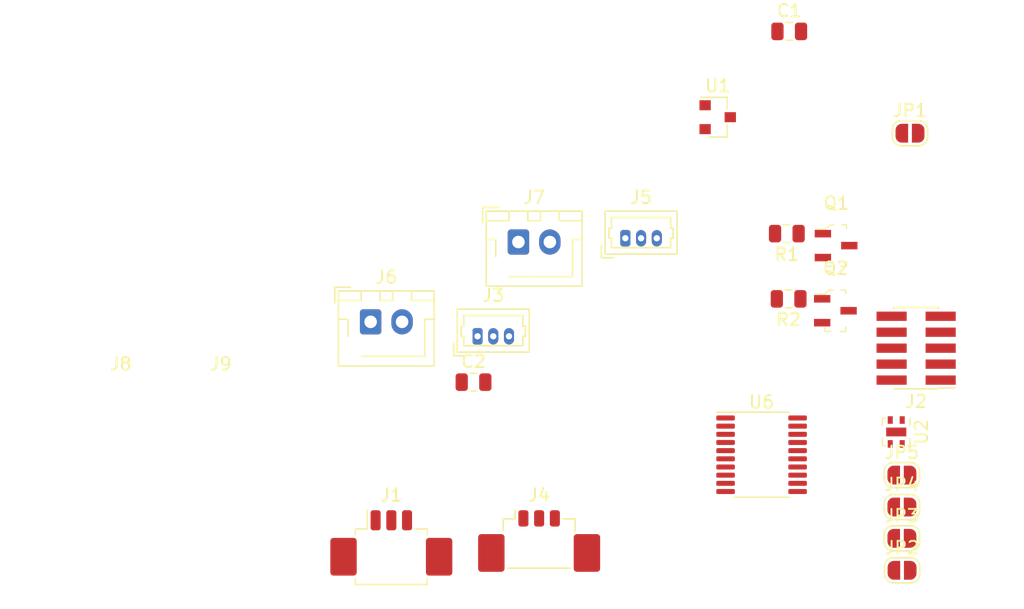
<source format=kicad_pcb>
(kicad_pcb (version 20171130) (host pcbnew "(5.1.6)-1")

  (general
    (thickness 1.6)
    (drawings 0)
    (tracks 0)
    (zones 0)
    (modules 23)
    (nets 21)
  )

  (page A4)
  (layers
    (0 F.Cu signal)
    (31 B.Cu signal)
    (32 B.Adhes user)
    (33 F.Adhes user)
    (34 B.Paste user)
    (35 F.Paste user)
    (36 B.SilkS user)
    (37 F.SilkS user)
    (38 B.Mask user)
    (39 F.Mask user)
    (40 Dwgs.User user)
    (41 Cmts.User user)
    (42 Eco1.User user)
    (43 Eco2.User user)
    (44 Edge.Cuts user)
    (45 Margin user)
    (46 B.CrtYd user)
    (47 F.CrtYd user)
    (48 B.Fab user)
    (49 F.Fab user)
  )

  (setup
    (last_trace_width 0.25)
    (trace_clearance 0.2)
    (zone_clearance 0.508)
    (zone_45_only no)
    (trace_min 0.2)
    (via_size 0.8)
    (via_drill 0.4)
    (via_min_size 0.4)
    (via_min_drill 0.3)
    (uvia_size 0.3)
    (uvia_drill 0.1)
    (uvias_allowed no)
    (uvia_min_size 0.2)
    (uvia_min_drill 0.1)
    (edge_width 0.05)
    (segment_width 0.2)
    (pcb_text_width 0.3)
    (pcb_text_size 1.5 1.5)
    (mod_edge_width 0.12)
    (mod_text_size 1 1)
    (mod_text_width 0.15)
    (pad_size 2 1.5)
    (pad_drill 0)
    (pad_to_mask_clearance 0.05)
    (aux_axis_origin 0 0)
    (visible_elements 7FFFFFFF)
    (pcbplotparams
      (layerselection 0x010fc_ffffffff)
      (usegerberextensions false)
      (usegerberattributes true)
      (usegerberadvancedattributes true)
      (creategerberjobfile true)
      (excludeedgelayer true)
      (linewidth 0.100000)
      (plotframeref false)
      (viasonmask false)
      (mode 1)
      (useauxorigin false)
      (hpglpennumber 1)
      (hpglpenspeed 20)
      (hpglpendiameter 15.000000)
      (psnegative false)
      (psa4output false)
      (plotreference true)
      (plotvalue true)
      (plotinvisibletext false)
      (padsonsilk false)
      (subtractmaskfromsilk false)
      (outputformat 1)
      (mirror false)
      (drillshape 1)
      (scaleselection 1)
      (outputdirectory ""))
  )

  (net 0 "")
  (net 1 SWD-SWCLK)
  (net 2 SWD-SWIO)
  (net 3 nRESET)
  (net 4 I2c-SDA)
  (net 5 I2c-SCL)
  (net 6 GND)
  (net 7 VCC)
  (net 8 +3V3)
  (net 9 AnalogSignal0)
  (net 10 AnalogSignal1)
  (net 11 control_0)
  (net 12 control_1)
  (net 13 i2c-addr_0)
  (net 14 i2c-addr_1)
  (net 15 i2c-addr_2)
  (net 16 i2c-addr_3)
  (net 17 "Net-(Q1-Pad1)")
  (net 18 "Net-(Q2-Pad1)")
  (net 19 mosfet0)
  (net 20 mosfet1)

  (net_class Default "This is the default net class."
    (clearance 0.2)
    (trace_width 0.25)
    (via_dia 0.8)
    (via_drill 0.4)
    (uvia_dia 0.3)
    (uvia_drill 0.1)
    (add_net +3V3)
    (add_net AnalogSignal0)
    (add_net AnalogSignal1)
    (add_net GND)
    (add_net I2c-SCL)
    (add_net I2c-SDA)
    (add_net "Net-(J2-Pad6)")
    (add_net "Net-(J2-Pad7)")
    (add_net "Net-(J2-Pad8)")
    (add_net "Net-(J2-Pad9)")
    (add_net "Net-(Q1-Pad1)")
    (add_net "Net-(Q2-Pad1)")
    (add_net "Net-(U6-Pad1)")
    (add_net "Net-(U6-Pad14)")
    (add_net "Net-(U6-Pad2)")
    (add_net "Net-(U6-Pad3)")
    (add_net SWD-SWCLK)
    (add_net SWD-SWIO)
    (add_net VCC)
    (add_net control_0)
    (add_net control_1)
    (add_net i2c-addr_0)
    (add_net i2c-addr_1)
    (add_net i2c-addr_2)
    (add_net i2c-addr_3)
    (add_net mosfet0)
    (add_net mosfet1)
    (add_net nRESET)
  )

  (net_class Led-Driver ""
    (clearance 0.2)
    (trace_width 0.7)
    (via_dia 0.8)
    (via_drill 0.4)
    (uvia_dia 0.3)
    (uvia_drill 0.1)
  )

  (net_class Led-power ""
    (clearance 0.2)
    (trace_width 1)
    (via_dia 1)
    (via_drill 0.4)
    (uvia_dia 0.3)
    (uvia_drill 0.1)
  )

  (module MountingHole:MountingHole_3.2mm_M3 (layer F.Cu) (tedit 56D1B4CB) (tstamp 5F1D0A74)
    (at 144.50802 138.99134)
    (descr "Mounting Hole 3.2mm, no annular, M3")
    (tags "mounting hole 3.2mm no annular m3")
    (path /5F23E97E)
    (attr virtual)
    (fp_text reference J9 (at 0 -4.2) (layer F.SilkS)
      (effects (font (size 1 1) (thickness 0.15)))
    )
    (fp_text value Conn_01x01_MountingPin (at 0 4.2) (layer F.Fab)
      (effects (font (size 1 1) (thickness 0.15)))
    )
    (fp_text user %R (at 0.3 0) (layer F.Fab)
      (effects (font (size 1 1) (thickness 0.15)))
    )
    (fp_circle (center 0 0) (end 3.2 0) (layer Cmts.User) (width 0.15))
    (fp_circle (center 0 0) (end 3.45 0) (layer F.CrtYd) (width 0.05))
    (pad 1 np_thru_hole circle (at 0 0) (size 3.2 3.2) (drill 3.2) (layers *.Cu *.Mask)
      (net 6 GND))
  )

  (module MountingHole:MountingHole_3.2mm_M3 (layer F.Cu) (tedit 56D1B4CB) (tstamp 5F1D0A6C)
    (at 136.55802 138.99134)
    (descr "Mounting Hole 3.2mm, no annular, M3")
    (tags "mounting hole 3.2mm no annular m3")
    (path /5F23DCBD)
    (attr virtual)
    (fp_text reference J8 (at 0 -4.2) (layer F.SilkS)
      (effects (font (size 1 1) (thickness 0.15)))
    )
    (fp_text value Conn_01x01_MountingPin (at 0 4.2) (layer F.Fab)
      (effects (font (size 1 1) (thickness 0.15)))
    )
    (fp_text user %R (at 0.3 0) (layer F.Fab)
      (effects (font (size 1 1) (thickness 0.15)))
    )
    (fp_circle (center 0 0) (end 3.2 0) (layer Cmts.User) (width 0.15))
    (fp_circle (center 0 0) (end 3.45 0) (layer F.CrtYd) (width 0.05))
    (pad 1 np_thru_hole circle (at 0 0) (size 3.2 3.2) (drill 3.2) (layers *.Cu *.Mask)
      (net 6 GND))
  )

  (module Connector_Molex:Molex_PicoBlade_53398-0371_1x03-1MP_P1.25mm_Vertical (layer F.Cu) (tedit 5B78AD88) (tstamp 5F1CE33D)
    (at 169.81674 148.3314)
    (descr "Molex PicoBlade series connector, 53398-0371 (http://www.molex.com/pdm_docs/sd/533980271_sd.pdf), generated with kicad-footprint-generator")
    (tags "connector Molex PicoBlade side entry")
    (path /5F1F147E)
    (attr smd)
    (fp_text reference J4 (at 0 -3.1) (layer F.SilkS)
      (effects (font (size 1 1) (thickness 0.15)))
    )
    (fp_text value Conn_01x04 (at 0 4.2) (layer F.Fab)
      (effects (font (size 1 1) (thickness 0.15)))
    )
    (fp_text user %R (at 0 0.4) (layer F.Fab)
      (effects (font (size 1 1) (thickness 0.15)))
    )
    (fp_line (start -2.75 -1.1) (end 2.75 -1.1) (layer F.Fab) (width 0.1))
    (fp_line (start -2.86 -0.26) (end -2.86 -1.21) (layer F.SilkS) (width 0.12))
    (fp_line (start -2.86 -1.21) (end -1.91 -1.21) (layer F.SilkS) (width 0.12))
    (fp_line (start -1.91 -1.21) (end -1.91 -1.9) (layer F.SilkS) (width 0.12))
    (fp_line (start 2.86 -0.26) (end 2.86 -1.21) (layer F.SilkS) (width 0.12))
    (fp_line (start 2.86 -1.21) (end 1.91 -1.21) (layer F.SilkS) (width 0.12))
    (fp_line (start -2.49 2.71) (end 2.49 2.71) (layer F.SilkS) (width 0.12))
    (fp_line (start -2.75 2.6) (end 2.75 2.6) (layer F.Fab) (width 0.1))
    (fp_line (start -2.75 -1.1) (end -2.75 2.6) (layer F.Fab) (width 0.1))
    (fp_line (start 2.75 -1.1) (end 2.75 2.6) (layer F.Fab) (width 0.1))
    (fp_line (start -1.4 1.225) (end -1.4 1.825) (layer F.Fab) (width 0.1))
    (fp_line (start -1.4 1.825) (end -1.1 1.825) (layer F.Fab) (width 0.1))
    (fp_line (start -1.1 1.825) (end -1.1 1.225) (layer F.Fab) (width 0.1))
    (fp_line (start -1.1 1.225) (end -1.4 1.225) (layer F.Fab) (width 0.1))
    (fp_line (start -0.15 1.225) (end -0.15 1.825) (layer F.Fab) (width 0.1))
    (fp_line (start -0.15 1.825) (end 0.15 1.825) (layer F.Fab) (width 0.1))
    (fp_line (start 0.15 1.825) (end 0.15 1.225) (layer F.Fab) (width 0.1))
    (fp_line (start 0.15 1.225) (end -0.15 1.225) (layer F.Fab) (width 0.1))
    (fp_line (start 1.1 1.225) (end 1.1 1.825) (layer F.Fab) (width 0.1))
    (fp_line (start 1.1 1.825) (end 1.4 1.825) (layer F.Fab) (width 0.1))
    (fp_line (start 1.4 1.825) (end 1.4 1.225) (layer F.Fab) (width 0.1))
    (fp_line (start 1.4 1.225) (end 1.1 1.225) (layer F.Fab) (width 0.1))
    (fp_line (start -2.75 2.6) (end -4.25 2.6) (layer F.Fab) (width 0.1))
    (fp_line (start -4.25 2.6) (end -4.45 2.4) (layer F.Fab) (width 0.1))
    (fp_line (start -4.45 2.4) (end -4.45 0.6) (layer F.Fab) (width 0.1))
    (fp_line (start -4.45 0.6) (end -4.25 0.4) (layer F.Fab) (width 0.1))
    (fp_line (start -4.25 0.4) (end -4.25 -0.2) (layer F.Fab) (width 0.1))
    (fp_line (start -4.25 -0.2) (end -2.75 -0.2) (layer F.Fab) (width 0.1))
    (fp_line (start 2.75 2.6) (end 4.25 2.6) (layer F.Fab) (width 0.1))
    (fp_line (start 4.25 2.6) (end 4.45 2.4) (layer F.Fab) (width 0.1))
    (fp_line (start 4.45 2.4) (end 4.45 0.6) (layer F.Fab) (width 0.1))
    (fp_line (start 4.45 0.6) (end 4.25 0.4) (layer F.Fab) (width 0.1))
    (fp_line (start 4.25 0.4) (end 4.25 -0.2) (layer F.Fab) (width 0.1))
    (fp_line (start 4.25 -0.2) (end 2.75 -0.2) (layer F.Fab) (width 0.1))
    (fp_line (start -5.35 -2.4) (end -5.35 3.5) (layer F.CrtYd) (width 0.05))
    (fp_line (start -5.35 3.5) (end 5.35 3.5) (layer F.CrtYd) (width 0.05))
    (fp_line (start 5.35 3.5) (end 5.35 -2.4) (layer F.CrtYd) (width 0.05))
    (fp_line (start 5.35 -2.4) (end -5.35 -2.4) (layer F.CrtYd) (width 0.05))
    (fp_line (start -1.75 -1.1) (end -1.25 -0.392893) (layer F.Fab) (width 0.1))
    (fp_line (start -1.25 -0.392893) (end -0.75 -1.1) (layer F.Fab) (width 0.1))
    (pad MP smd roundrect (at 3.8 1.5) (size 2.1 3) (layers F.Cu F.Paste F.Mask) (roundrect_rratio 0.119048))
    (pad MP smd roundrect (at -3.8 1.5) (size 2.1 3) (layers F.Cu F.Paste F.Mask) (roundrect_rratio 0.119048))
    (pad 3 smd roundrect (at 1.25 -1.25) (size 0.8 1.3) (layers F.Cu F.Paste F.Mask) (roundrect_rratio 0.25)
      (net 7 VCC))
    (pad 2 smd roundrect (at 0 -1.25) (size 0.8 1.3) (layers F.Cu F.Paste F.Mask) (roundrect_rratio 0.25)
      (net 5 I2c-SCL))
    (pad 1 smd roundrect (at -1.25 -1.25) (size 0.8 1.3) (layers F.Cu F.Paste F.Mask) (roundrect_rratio 0.25)
      (net 4 I2c-SDA))
    (model ${KISYS3DMOD}/Connector_Molex.3dshapes/Molex_PicoBlade_53398-0371_1x03-1MP_P1.25mm_Vertical.wrl
      (at (xyz 0 0 0))
      (scale (xyz 1 1 1))
      (rotate (xyz 0 0 0))
    )
  )

  (module Connector_Molex:Molex_PicoBlade_53261-0371_1x03-1MP_P1.25mm_Horizontal (layer F.Cu) (tedit 5B78AD89) (tstamp 5F1CE249)
    (at 158.06674 149.6314)
    (descr "Molex PicoBlade series connector, 53261-0371 (http://www.molex.com/pdm_docs/sd/532610271_sd.pdf), generated with kicad-footprint-generator")
    (tags "connector Molex PicoBlade top entry")
    (path /5F1D3F0F)
    (attr smd)
    (fp_text reference J1 (at 0 -4.4) (layer F.SilkS)
      (effects (font (size 1 1) (thickness 0.15)))
    )
    (fp_text value Conn_01x04 (at 0 3.8) (layer F.Fab)
      (effects (font (size 1 1) (thickness 0.15)))
    )
    (fp_text user %R (at 0 1.9) (layer F.Fab)
      (effects (font (size 1 1) (thickness 0.15)))
    )
    (fp_line (start -2.75 -1.6) (end 2.75 -1.6) (layer F.Fab) (width 0.1))
    (fp_line (start -2.86 -1.26) (end -2.86 -1.71) (layer F.SilkS) (width 0.12))
    (fp_line (start -2.86 -1.71) (end -1.91 -1.71) (layer F.SilkS) (width 0.12))
    (fp_line (start -1.91 -1.71) (end -1.91 -3.2) (layer F.SilkS) (width 0.12))
    (fp_line (start 2.86 -1.26) (end 2.86 -1.71) (layer F.SilkS) (width 0.12))
    (fp_line (start 2.86 -1.71) (end 1.91 -1.71) (layer F.SilkS) (width 0.12))
    (fp_line (start -2.86 2.26) (end -2.86 2.71) (layer F.SilkS) (width 0.12))
    (fp_line (start -2.86 2.71) (end 2.86 2.71) (layer F.SilkS) (width 0.12))
    (fp_line (start 2.86 2.71) (end 2.86 2.26) (layer F.SilkS) (width 0.12))
    (fp_line (start -2.75 2.6) (end 2.75 2.6) (layer F.Fab) (width 0.1))
    (fp_line (start -2.75 -1.6) (end -2.75 2.6) (layer F.Fab) (width 0.1))
    (fp_line (start 2.75 -1.6) (end 2.75 2.6) (layer F.Fab) (width 0.1))
    (fp_line (start -2.75 -0.6) (end -4.25 -0.6) (layer F.Fab) (width 0.1))
    (fp_line (start -4.25 -0.6) (end -4.45 -0.4) (layer F.Fab) (width 0.1))
    (fp_line (start -4.45 -0.4) (end -4.45 1.4) (layer F.Fab) (width 0.1))
    (fp_line (start -4.45 1.4) (end -4.25 1.6) (layer F.Fab) (width 0.1))
    (fp_line (start -4.25 1.6) (end -4.25 2.2) (layer F.Fab) (width 0.1))
    (fp_line (start -4.25 2.2) (end -2.75 2.2) (layer F.Fab) (width 0.1))
    (fp_line (start 2.75 -0.6) (end 4.25 -0.6) (layer F.Fab) (width 0.1))
    (fp_line (start 4.25 -0.6) (end 4.45 -0.4) (layer F.Fab) (width 0.1))
    (fp_line (start 4.45 -0.4) (end 4.45 1.4) (layer F.Fab) (width 0.1))
    (fp_line (start 4.45 1.4) (end 4.25 1.6) (layer F.Fab) (width 0.1))
    (fp_line (start 4.25 1.6) (end 4.25 2.2) (layer F.Fab) (width 0.1))
    (fp_line (start 4.25 2.2) (end 2.75 2.2) (layer F.Fab) (width 0.1))
    (fp_line (start -5.35 -3.7) (end -5.35 3.1) (layer F.CrtYd) (width 0.05))
    (fp_line (start -5.35 3.1) (end 5.35 3.1) (layer F.CrtYd) (width 0.05))
    (fp_line (start 5.35 3.1) (end 5.35 -3.7) (layer F.CrtYd) (width 0.05))
    (fp_line (start 5.35 -3.7) (end -5.35 -3.7) (layer F.CrtYd) (width 0.05))
    (fp_line (start -1.75 -1.6) (end -1.25 -0.892893) (layer F.Fab) (width 0.1))
    (fp_line (start -1.25 -0.892893) (end -0.75 -1.6) (layer F.Fab) (width 0.1))
    (pad MP smd roundrect (at 3.8 0.5) (size 2.1 3) (layers F.Cu F.Paste F.Mask) (roundrect_rratio 0.119048))
    (pad MP smd roundrect (at -3.8 0.5) (size 2.1 3) (layers F.Cu F.Paste F.Mask) (roundrect_rratio 0.119048))
    (pad 3 smd roundrect (at 1.25 -2.4) (size 0.8 1.6) (layers F.Cu F.Paste F.Mask) (roundrect_rratio 0.25)
      (net 7 VCC))
    (pad 2 smd roundrect (at 0 -2.4) (size 0.8 1.6) (layers F.Cu F.Paste F.Mask) (roundrect_rratio 0.25)
      (net 5 I2c-SCL))
    (pad 1 smd roundrect (at -1.25 -2.4) (size 0.8 1.6) (layers F.Cu F.Paste F.Mask) (roundrect_rratio 0.25)
      (net 4 I2c-SDA))
    (model ${KISYS3DMOD}/Connector_Molex.3dshapes/Molex_PicoBlade_53261-0371_1x03-1MP_P1.25mm_Horizontal.wrl
      (at (xyz 0 0 0))
      (scale (xyz 1 1 1))
      (rotate (xyz 0 0 0))
    )
  )

  (module Package_TO_SOT_SMD:SOT-23 (layer F.Cu) (tedit 5A02FF57) (tstamp 5F1CB962)
    (at 184.01284 115.15852)
    (descr "SOT-23, Standard")
    (tags SOT-23)
    (path /5F1DED1A)
    (attr smd)
    (fp_text reference U1 (at 0 -2.5) (layer F.SilkS)
      (effects (font (size 1 1) (thickness 0.15)))
    )
    (fp_text value MCP1700-3302E_TO (at 0 2.5) (layer F.Fab)
      (effects (font (size 1 1) (thickness 0.15)))
    )
    (fp_text user %R (at 0 0 90) (layer F.Fab)
      (effects (font (size 0.5 0.5) (thickness 0.075)))
    )
    (fp_line (start -0.7 -0.95) (end -0.7 1.5) (layer F.Fab) (width 0.1))
    (fp_line (start -0.15 -1.52) (end 0.7 -1.52) (layer F.Fab) (width 0.1))
    (fp_line (start -0.7 -0.95) (end -0.15 -1.52) (layer F.Fab) (width 0.1))
    (fp_line (start 0.7 -1.52) (end 0.7 1.52) (layer F.Fab) (width 0.1))
    (fp_line (start -0.7 1.52) (end 0.7 1.52) (layer F.Fab) (width 0.1))
    (fp_line (start 0.76 1.58) (end 0.76 0.65) (layer F.SilkS) (width 0.12))
    (fp_line (start 0.76 -1.58) (end 0.76 -0.65) (layer F.SilkS) (width 0.12))
    (fp_line (start -1.7 -1.75) (end 1.7 -1.75) (layer F.CrtYd) (width 0.05))
    (fp_line (start 1.7 -1.75) (end 1.7 1.75) (layer F.CrtYd) (width 0.05))
    (fp_line (start 1.7 1.75) (end -1.7 1.75) (layer F.CrtYd) (width 0.05))
    (fp_line (start -1.7 1.75) (end -1.7 -1.75) (layer F.CrtYd) (width 0.05))
    (fp_line (start 0.76 -1.58) (end -1.4 -1.58) (layer F.SilkS) (width 0.12))
    (fp_line (start 0.76 1.58) (end -0.7 1.58) (layer F.SilkS) (width 0.12))
    (pad 3 smd rect (at 1 0) (size 0.9 0.8) (layers F.Cu F.Paste F.Mask)
      (net 8 +3V3))
    (pad 2 smd rect (at -1 0.95) (size 0.9 0.8) (layers F.Cu F.Paste F.Mask)
      (net 7 VCC))
    (pad 1 smd rect (at -1 -0.95) (size 0.9 0.8) (layers F.Cu F.Paste F.Mask)
      (net 6 GND))
    (model ${KISYS3DMOD}/Package_TO_SOT_SMD.3dshapes/SOT-23.wrl
      (at (xyz 0 0 0))
      (scale (xyz 1 1 1))
      (rotate (xyz 0 0 0))
    )
  )

  (module Package_SO:TSSOP-20_4.4x6.5mm_P0.65mm (layer F.Cu) (tedit 5E476F32) (tstamp 5F1CB9A3)
    (at 187.5028 142.01648)
    (descr "TSSOP, 20 Pin (JEDEC MO-153 Var AC https://www.jedec.org/document_search?search_api_views_fulltext=MO-153), generated with kicad-footprint-generator ipc_gullwing_generator.py")
    (tags "TSSOP SO")
    (path /5EF0F304)
    (attr smd)
    (fp_text reference U6 (at 0 -4.2) (layer F.SilkS)
      (effects (font (size 1 1) (thickness 0.15)))
    )
    (fp_text value STM32F030F4Px (at 0 4.2) (layer F.Fab)
      (effects (font (size 1 1) (thickness 0.15)))
    )
    (fp_text user %R (at 0 0) (layer F.Fab)
      (effects (font (size 1 1) (thickness 0.15)))
    )
    (fp_line (start 0 3.385) (end 2.2 3.385) (layer F.SilkS) (width 0.12))
    (fp_line (start 0 3.385) (end -2.2 3.385) (layer F.SilkS) (width 0.12))
    (fp_line (start 0 -3.385) (end 2.2 -3.385) (layer F.SilkS) (width 0.12))
    (fp_line (start 0 -3.385) (end -3.6 -3.385) (layer F.SilkS) (width 0.12))
    (fp_line (start -1.2 -3.25) (end 2.2 -3.25) (layer F.Fab) (width 0.1))
    (fp_line (start 2.2 -3.25) (end 2.2 3.25) (layer F.Fab) (width 0.1))
    (fp_line (start 2.2 3.25) (end -2.2 3.25) (layer F.Fab) (width 0.1))
    (fp_line (start -2.2 3.25) (end -2.2 -2.25) (layer F.Fab) (width 0.1))
    (fp_line (start -2.2 -2.25) (end -1.2 -3.25) (layer F.Fab) (width 0.1))
    (fp_line (start -3.85 -3.5) (end -3.85 3.5) (layer F.CrtYd) (width 0.05))
    (fp_line (start -3.85 3.5) (end 3.85 3.5) (layer F.CrtYd) (width 0.05))
    (fp_line (start 3.85 3.5) (end 3.85 -3.5) (layer F.CrtYd) (width 0.05))
    (fp_line (start 3.85 -3.5) (end -3.85 -3.5) (layer F.CrtYd) (width 0.05))
    (pad 20 smd roundrect (at 2.8625 -2.925) (size 1.475 0.4) (layers F.Cu F.Paste F.Mask) (roundrect_rratio 0.25)
      (net 1 SWD-SWCLK))
    (pad 19 smd roundrect (at 2.8625 -2.275) (size 1.475 0.4) (layers F.Cu F.Paste F.Mask) (roundrect_rratio 0.25)
      (net 2 SWD-SWIO))
    (pad 18 smd roundrect (at 2.8625 -1.625) (size 1.475 0.4) (layers F.Cu F.Paste F.Mask) (roundrect_rratio 0.25)
      (net 4 I2c-SDA))
    (pad 17 smd roundrect (at 2.8625 -0.975) (size 1.475 0.4) (layers F.Cu F.Paste F.Mask) (roundrect_rratio 0.25)
      (net 5 I2c-SCL))
    (pad 16 smd roundrect (at 2.8625 -0.325) (size 1.475 0.4) (layers F.Cu F.Paste F.Mask) (roundrect_rratio 0.25)
      (net 8 +3V3))
    (pad 15 smd roundrect (at 2.8625 0.325) (size 1.475 0.4) (layers F.Cu F.Paste F.Mask) (roundrect_rratio 0.25)
      (net 6 GND))
    (pad 14 smd roundrect (at 2.8625 0.975) (size 1.475 0.4) (layers F.Cu F.Paste F.Mask) (roundrect_rratio 0.25))
    (pad 13 smd roundrect (at 2.8625 1.625) (size 1.475 0.4) (layers F.Cu F.Paste F.Mask) (roundrect_rratio 0.25)
      (net 16 i2c-addr_3))
    (pad 12 smd roundrect (at 2.8625 2.275) (size 1.475 0.4) (layers F.Cu F.Paste F.Mask) (roundrect_rratio 0.25)
      (net 15 i2c-addr_2))
    (pad 11 smd roundrect (at 2.8625 2.925) (size 1.475 0.4) (layers F.Cu F.Paste F.Mask) (roundrect_rratio 0.25)
      (net 14 i2c-addr_1))
    (pad 10 smd roundrect (at -2.8625 2.925) (size 1.475 0.4) (layers F.Cu F.Paste F.Mask) (roundrect_rratio 0.25)
      (net 13 i2c-addr_0))
    (pad 9 smd roundrect (at -2.8625 2.275) (size 1.475 0.4) (layers F.Cu F.Paste F.Mask) (roundrect_rratio 0.25)
      (net 20 mosfet1))
    (pad 8 smd roundrect (at -2.8625 1.625) (size 1.475 0.4) (layers F.Cu F.Paste F.Mask) (roundrect_rratio 0.25)
      (net 19 mosfet0))
    (pad 7 smd roundrect (at -2.8625 0.975) (size 1.475 0.4) (layers F.Cu F.Paste F.Mask) (roundrect_rratio 0.25)
      (net 10 AnalogSignal1))
    (pad 6 smd roundrect (at -2.8625 0.325) (size 1.475 0.4) (layers F.Cu F.Paste F.Mask) (roundrect_rratio 0.25)
      (net 9 AnalogSignal0))
    (pad 5 smd roundrect (at -2.8625 -0.325) (size 1.475 0.4) (layers F.Cu F.Paste F.Mask) (roundrect_rratio 0.25)
      (net 8 +3V3))
    (pad 4 smd roundrect (at -2.8625 -0.975) (size 1.475 0.4) (layers F.Cu F.Paste F.Mask) (roundrect_rratio 0.25)
      (net 3 nRESET))
    (pad 3 smd roundrect (at -2.8625 -1.625) (size 1.475 0.4) (layers F.Cu F.Paste F.Mask) (roundrect_rratio 0.25))
    (pad 2 smd roundrect (at -2.8625 -2.275) (size 1.475 0.4) (layers F.Cu F.Paste F.Mask) (roundrect_rratio 0.25))
    (pad 1 smd roundrect (at -2.8625 -2.925) (size 1.475 0.4) (layers F.Cu F.Paste F.Mask) (roundrect_rratio 0.25))
    (model ${KISYS3DMOD}/Package_SO.3dshapes/TSSOP-20_4.4x6.5mm_P0.65mm.wrl
      (at (xyz 0 0 0))
      (scale (xyz 1 1 1))
      (rotate (xyz 0 0 0))
    )
  )

  (module Package_DFN_QFN:AMS_QFN-4-1EP_2x2mm_P0.95mm_EP0.7x1.6mm (layer F.Cu) (tedit 5A64B884) (tstamp 5F1CB97D)
    (at 198.20636 140.20546 270)
    (descr "UFD Package, 4-Lead Plastic QFN (2mm x 2mm), http://ams.com/eng/content/download/950231/2267959/483138")
    (tags "QFN 0.95")
    (path /5F1DBD27)
    (attr smd)
    (fp_text reference U2 (at 0 -2 90) (layer F.SilkS)
      (effects (font (size 1 1) (thickness 0.15)))
    )
    (fp_text value ENS210 (at 0 2 90) (layer F.Fab)
      (effects (font (size 1 1) (thickness 0.15)))
    )
    (fp_text user %R (at 0 0 90) (layer F.Fab)
      (effects (font (size 0.4 0.4) (thickness 0.04)))
    )
    (fp_line (start -1.5 -1.25) (end 1.5 -1.25) (layer F.CrtYd) (width 0.05))
    (fp_line (start 1.5 -1.25) (end 1.5 1.25) (layer F.CrtYd) (width 0.05))
    (fp_line (start 1.5 1.25) (end -1.5 1.25) (layer F.CrtYd) (width 0.05))
    (fp_line (start -1.5 1.25) (end -1.5 -1.25) (layer F.CrtYd) (width 0.05))
    (fp_line (start 1.1 -1.1) (end 0.5 -1.1) (layer F.SilkS) (width 0.1))
    (fp_line (start 1.1 -1.1) (end 1.1 -0.85) (layer F.SilkS) (width 0.1))
    (fp_line (start 1.1 1.1) (end 1.1 0.85) (layer F.SilkS) (width 0.1))
    (fp_line (start 1.1 1.1) (end 0.5 1.1) (layer F.SilkS) (width 0.1))
    (fp_line (start -1.1 1.1) (end -1.1 0.85) (layer F.SilkS) (width 0.1))
    (fp_line (start -1.1 1.1) (end -0.5 1.1) (layer F.SilkS) (width 0.1))
    (fp_line (start -0.49 -1.1) (end -1.1 -1.1) (layer F.SilkS) (width 0.1))
    (fp_line (start -1 -0.7) (end -0.7 -1) (layer F.Fab) (width 0.1))
    (fp_line (start 1 -1) (end 1 1) (layer F.Fab) (width 0.1))
    (fp_line (start 1 1) (end -1 1) (layer F.Fab) (width 0.1))
    (fp_line (start -1 1) (end -1 -0.7) (layer F.Fab) (width 0.1))
    (fp_line (start -0.7 -1) (end 1 -1) (layer F.Fab) (width 0.1))
    (pad 3 smd rect (at 0.95 0.475 270) (size 0.6 0.4) (layers F.Cu F.Paste F.Mask)
      (net 4 I2c-SDA) (solder_paste_margin -0.05))
    (pad 1 smd rect (at -0.95 -0.475 270) (size 0.6 0.4) (layers F.Cu F.Paste F.Mask)
      (net 8 +3V3) (solder_paste_margin -0.05))
    (pad 2 smd rect (at -0.95 0.475 270) (size 0.6 0.4) (layers F.Cu F.Paste F.Mask)
      (net 5 I2c-SCL) (solder_paste_margin -0.05))
    (pad 4 smd rect (at 0.95 -0.475 270) (size 0.6 0.4) (layers F.Cu F.Paste F.Mask)
      (net 6 GND) (solder_paste_margin -0.05))
    (pad "" smd rect (at 0 0 270) (size 0.35 0.8) (layers F.Paste))
    (pad 5 smd rect (at 0 0 270) (size 0.7 1.6) (layers F.Cu F.Mask)
      (net 6 GND))
    (model ${KISYS3DMOD}/Package_DFN_QFN.3dshapes/AMS_QFN-4-1EP_2x2mm_P0.95mm.wrl
      (at (xyz 0 0 0))
      (scale (xyz 1 1 1))
      (rotate (xyz 0 0 0))
    )
  )

  (module Resistor_SMD:R_0805_2012Metric (layer F.Cu) (tedit 5B36C52B) (tstamp 5F1CB94E)
    (at 189.65164 129.61366 180)
    (descr "Resistor SMD 0805 (2012 Metric), square (rectangular) end terminal, IPC_7351 nominal, (Body size source: https://docs.google.com/spreadsheets/d/1BsfQQcO9C6DZCsRaXUlFlo91Tg2WpOkGARC1WS5S8t0/edit?usp=sharing), generated with kicad-footprint-generator")
    (tags resistor)
    (path /5F2107E9)
    (attr smd)
    (fp_text reference R2 (at 0 -1.65) (layer F.SilkS)
      (effects (font (size 1 1) (thickness 0.15)))
    )
    (fp_text value "10 kohm" (at 0 1.65) (layer F.Fab)
      (effects (font (size 1 1) (thickness 0.15)))
    )
    (fp_text user %R (at 0 0) (layer F.Fab)
      (effects (font (size 0.5 0.5) (thickness 0.08)))
    )
    (fp_line (start -1 0.6) (end -1 -0.6) (layer F.Fab) (width 0.1))
    (fp_line (start -1 -0.6) (end 1 -0.6) (layer F.Fab) (width 0.1))
    (fp_line (start 1 -0.6) (end 1 0.6) (layer F.Fab) (width 0.1))
    (fp_line (start 1 0.6) (end -1 0.6) (layer F.Fab) (width 0.1))
    (fp_line (start -0.258578 -0.71) (end 0.258578 -0.71) (layer F.SilkS) (width 0.12))
    (fp_line (start -0.258578 0.71) (end 0.258578 0.71) (layer F.SilkS) (width 0.12))
    (fp_line (start -1.68 0.95) (end -1.68 -0.95) (layer F.CrtYd) (width 0.05))
    (fp_line (start -1.68 -0.95) (end 1.68 -0.95) (layer F.CrtYd) (width 0.05))
    (fp_line (start 1.68 -0.95) (end 1.68 0.95) (layer F.CrtYd) (width 0.05))
    (fp_line (start 1.68 0.95) (end -1.68 0.95) (layer F.CrtYd) (width 0.05))
    (pad 2 smd roundrect (at 0.9375 0 180) (size 0.975 1.4) (layers F.Cu F.Paste F.Mask) (roundrect_rratio 0.25)
      (net 20 mosfet1))
    (pad 1 smd roundrect (at -0.9375 0 180) (size 0.975 1.4) (layers F.Cu F.Paste F.Mask) (roundrect_rratio 0.25)
      (net 18 "Net-(Q2-Pad1)"))
    (model ${KISYS3DMOD}/Resistor_SMD.3dshapes/R_0805_2012Metric.wrl
      (at (xyz 0 0 0))
      (scale (xyz 1 1 1))
      (rotate (xyz 0 0 0))
    )
  )

  (module Resistor_SMD:R_0805_2012Metric (layer F.Cu) (tedit 5B36C52B) (tstamp 5F1CB93D)
    (at 189.5094 124.4219 180)
    (descr "Resistor SMD 0805 (2012 Metric), square (rectangular) end terminal, IPC_7351 nominal, (Body size source: https://docs.google.com/spreadsheets/d/1BsfQQcO9C6DZCsRaXUlFlo91Tg2WpOkGARC1WS5S8t0/edit?usp=sharing), generated with kicad-footprint-generator")
    (tags resistor)
    (path /5F211AEC)
    (attr smd)
    (fp_text reference R1 (at 0 -1.65) (layer F.SilkS)
      (effects (font (size 1 1) (thickness 0.15)))
    )
    (fp_text value "10 kohm" (at 0 1.65) (layer F.Fab)
      (effects (font (size 1 1) (thickness 0.15)))
    )
    (fp_text user %R (at 0 0) (layer F.Fab)
      (effects (font (size 0.5 0.5) (thickness 0.08)))
    )
    (fp_line (start -1 0.6) (end -1 -0.6) (layer F.Fab) (width 0.1))
    (fp_line (start -1 -0.6) (end 1 -0.6) (layer F.Fab) (width 0.1))
    (fp_line (start 1 -0.6) (end 1 0.6) (layer F.Fab) (width 0.1))
    (fp_line (start 1 0.6) (end -1 0.6) (layer F.Fab) (width 0.1))
    (fp_line (start -0.258578 -0.71) (end 0.258578 -0.71) (layer F.SilkS) (width 0.12))
    (fp_line (start -0.258578 0.71) (end 0.258578 0.71) (layer F.SilkS) (width 0.12))
    (fp_line (start -1.68 0.95) (end -1.68 -0.95) (layer F.CrtYd) (width 0.05))
    (fp_line (start -1.68 -0.95) (end 1.68 -0.95) (layer F.CrtYd) (width 0.05))
    (fp_line (start 1.68 -0.95) (end 1.68 0.95) (layer F.CrtYd) (width 0.05))
    (fp_line (start 1.68 0.95) (end -1.68 0.95) (layer F.CrtYd) (width 0.05))
    (pad 2 smd roundrect (at 0.9375 0 180) (size 0.975 1.4) (layers F.Cu F.Paste F.Mask) (roundrect_rratio 0.25)
      (net 19 mosfet0))
    (pad 1 smd roundrect (at -0.9375 0 180) (size 0.975 1.4) (layers F.Cu F.Paste F.Mask) (roundrect_rratio 0.25)
      (net 17 "Net-(Q1-Pad1)"))
    (model ${KISYS3DMOD}/Resistor_SMD.3dshapes/R_0805_2012Metric.wrl
      (at (xyz 0 0 0))
      (scale (xyz 1 1 1))
      (rotate (xyz 0 0 0))
    )
  )

  (module digikey-footprints:SOT-23-3 (layer F.Cu) (tedit 5D28A5E3) (tstamp 5F1CB92C)
    (at 193.36922 130.55854)
    (path /5F203655)
    (attr smd)
    (fp_text reference Q2 (at 0.025 -3.375) (layer F.SilkS)
      (effects (font (size 1 1) (thickness 0.15)))
    )
    (fp_text value IRLML2030TRPBF (at 0.025 3.25) (layer F.Fab)
      (effects (font (size 1 1) (thickness 0.15)))
    )
    (fp_text user %R (at -0.125 0.15) (layer F.Fab)
      (effects (font (size 0.25 0.25) (thickness 0.05)))
    )
    (fp_line (start -1.825 -1.95) (end 1.825 -1.95) (layer F.CrtYd) (width 0.05))
    (fp_line (start -1.825 -1.95) (end -1.825 1.95) (layer F.CrtYd) (width 0.05))
    (fp_line (start 1.825 1.95) (end -1.825 1.95) (layer F.CrtYd) (width 0.05))
    (fp_line (start 1.825 -1.95) (end 1.825 1.95) (layer F.CrtYd) (width 0.05))
    (fp_line (start -0.175 -1.65) (end -0.45 -1.65) (layer F.SilkS) (width 0.1))
    (fp_line (start -0.45 -1.65) (end -0.825 -1.375) (layer F.SilkS) (width 0.1))
    (fp_line (start -0.825 -1.375) (end -0.825 -1.325) (layer F.SilkS) (width 0.1))
    (fp_line (start -0.825 -1.325) (end -1.6 -1.325) (layer F.SilkS) (width 0.1))
    (fp_line (start -0.7 -1.325) (end -0.7 1.525) (layer F.Fab) (width 0.1))
    (fp_line (start -0.425 -1.525) (end 0.7 -1.525) (layer F.Fab) (width 0.1))
    (fp_line (start -0.425 -1.525) (end -0.7 -1.325) (layer F.Fab) (width 0.1))
    (fp_line (start -0.35 1.65) (end -0.825 1.65) (layer F.SilkS) (width 0.1))
    (fp_line (start -0.825 1.65) (end -0.825 1.3) (layer F.SilkS) (width 0.1))
    (fp_line (start 0.825 1.425) (end 0.825 1.3) (layer F.SilkS) (width 0.1))
    (fp_line (start 0.825 1.35) (end 0.825 1.65) (layer F.SilkS) (width 0.1))
    (fp_line (start 0.825 1.65) (end 0.375 1.65) (layer F.SilkS) (width 0.1))
    (fp_line (start 0.45 -1.65) (end 0.825 -1.65) (layer F.SilkS) (width 0.1))
    (fp_line (start 0.825 -1.65) (end 0.825 -1.35) (layer F.SilkS) (width 0.1))
    (fp_line (start -0.7 1.52) (end 0.7 1.52) (layer F.Fab) (width 0.1))
    (fp_line (start 0.7 1.52) (end 0.7 -1.52) (layer F.Fab) (width 0.1))
    (pad 1 smd rect (at -1.05 -0.95) (size 1.3 0.6) (layers F.Cu F.Paste F.Mask)
      (net 18 "Net-(Q2-Pad1)") (solder_mask_margin 0.07))
    (pad 2 smd rect (at -1.05 0.95) (size 1.3 0.6) (layers F.Cu F.Paste F.Mask)
      (net 6 GND) (solder_mask_margin 0.07))
    (pad 3 smd rect (at 1.05 0) (size 1.3 0.6) (layers F.Cu F.Paste F.Mask)
      (net 12 control_1) (solder_mask_margin 0.07))
  )

  (module digikey-footprints:SOT-23-3 (layer F.Cu) (tedit 5D28A5E3) (tstamp 5F1CB910)
    (at 193.42608 125.37694)
    (path /5F1FF03A)
    (attr smd)
    (fp_text reference Q1 (at 0.025 -3.375) (layer F.SilkS)
      (effects (font (size 1 1) (thickness 0.15)))
    )
    (fp_text value IRLML2030TRPBF (at 0.025 3.25) (layer F.Fab)
      (effects (font (size 1 1) (thickness 0.15)))
    )
    (fp_text user %R (at -0.125 0.15) (layer F.Fab)
      (effects (font (size 0.25 0.25) (thickness 0.05)))
    )
    (fp_line (start -1.825 -1.95) (end 1.825 -1.95) (layer F.CrtYd) (width 0.05))
    (fp_line (start -1.825 -1.95) (end -1.825 1.95) (layer F.CrtYd) (width 0.05))
    (fp_line (start 1.825 1.95) (end -1.825 1.95) (layer F.CrtYd) (width 0.05))
    (fp_line (start 1.825 -1.95) (end 1.825 1.95) (layer F.CrtYd) (width 0.05))
    (fp_line (start -0.175 -1.65) (end -0.45 -1.65) (layer F.SilkS) (width 0.1))
    (fp_line (start -0.45 -1.65) (end -0.825 -1.375) (layer F.SilkS) (width 0.1))
    (fp_line (start -0.825 -1.375) (end -0.825 -1.325) (layer F.SilkS) (width 0.1))
    (fp_line (start -0.825 -1.325) (end -1.6 -1.325) (layer F.SilkS) (width 0.1))
    (fp_line (start -0.7 -1.325) (end -0.7 1.525) (layer F.Fab) (width 0.1))
    (fp_line (start -0.425 -1.525) (end 0.7 -1.525) (layer F.Fab) (width 0.1))
    (fp_line (start -0.425 -1.525) (end -0.7 -1.325) (layer F.Fab) (width 0.1))
    (fp_line (start -0.35 1.65) (end -0.825 1.65) (layer F.SilkS) (width 0.1))
    (fp_line (start -0.825 1.65) (end -0.825 1.3) (layer F.SilkS) (width 0.1))
    (fp_line (start 0.825 1.425) (end 0.825 1.3) (layer F.SilkS) (width 0.1))
    (fp_line (start 0.825 1.35) (end 0.825 1.65) (layer F.SilkS) (width 0.1))
    (fp_line (start 0.825 1.65) (end 0.375 1.65) (layer F.SilkS) (width 0.1))
    (fp_line (start 0.45 -1.65) (end 0.825 -1.65) (layer F.SilkS) (width 0.1))
    (fp_line (start 0.825 -1.65) (end 0.825 -1.35) (layer F.SilkS) (width 0.1))
    (fp_line (start -0.7 1.52) (end 0.7 1.52) (layer F.Fab) (width 0.1))
    (fp_line (start 0.7 1.52) (end 0.7 -1.52) (layer F.Fab) (width 0.1))
    (pad 1 smd rect (at -1.05 -0.95) (size 1.3 0.6) (layers F.Cu F.Paste F.Mask)
      (net 17 "Net-(Q1-Pad1)") (solder_mask_margin 0.07))
    (pad 2 smd rect (at -1.05 0.95) (size 1.3 0.6) (layers F.Cu F.Paste F.Mask)
      (net 6 GND) (solder_mask_margin 0.07))
    (pad 3 smd rect (at 1.05 0) (size 1.3 0.6) (layers F.Cu F.Paste F.Mask)
      (net 11 control_0) (solder_mask_margin 0.07))
  )

  (module Jumper:SolderJumper-2_P1.3mm_Open_RoundedPad1.0x1.5mm (layer F.Cu) (tedit 5B391E66) (tstamp 5F1CB8F4)
    (at 198.65848 143.63446)
    (descr "SMD Solder Jumper, 1x1.5mm, rounded Pads, 0.3mm gap, open")
    (tags "solder jumper open")
    (path /5F1EB947)
    (attr virtual)
    (fp_text reference JP5 (at 0 -1.8) (layer F.SilkS)
      (effects (font (size 1 1) (thickness 0.15)))
    )
    (fp_text value SolderJumper_2_Open (at 0 1.9) (layer F.Fab)
      (effects (font (size 1 1) (thickness 0.15)))
    )
    (fp_arc (start -0.7 -0.3) (end -0.7 -1) (angle -90) (layer F.SilkS) (width 0.12))
    (fp_arc (start -0.7 0.3) (end -1.4 0.3) (angle -90) (layer F.SilkS) (width 0.12))
    (fp_arc (start 0.7 0.3) (end 0.7 1) (angle -90) (layer F.SilkS) (width 0.12))
    (fp_arc (start 0.7 -0.3) (end 1.4 -0.3) (angle -90) (layer F.SilkS) (width 0.12))
    (fp_line (start -1.4 0.3) (end -1.4 -0.3) (layer F.SilkS) (width 0.12))
    (fp_line (start 0.7 1) (end -0.7 1) (layer F.SilkS) (width 0.12))
    (fp_line (start 1.4 -0.3) (end 1.4 0.3) (layer F.SilkS) (width 0.12))
    (fp_line (start -0.7 -1) (end 0.7 -1) (layer F.SilkS) (width 0.12))
    (fp_line (start -1.65 -1.25) (end 1.65 -1.25) (layer F.CrtYd) (width 0.05))
    (fp_line (start -1.65 -1.25) (end -1.65 1.25) (layer F.CrtYd) (width 0.05))
    (fp_line (start 1.65 1.25) (end 1.65 -1.25) (layer F.CrtYd) (width 0.05))
    (fp_line (start 1.65 1.25) (end -1.65 1.25) (layer F.CrtYd) (width 0.05))
    (pad 2 smd custom (at 0.65 0) (size 1 0.5) (layers F.Cu F.Mask)
      (net 6 GND) (zone_connect 2)
      (options (clearance outline) (anchor rect))
      (primitives
        (gr_circle (center 0 0.25) (end 0.5 0.25) (width 0))
        (gr_circle (center 0 -0.25) (end 0.5 -0.25) (width 0))
        (gr_poly (pts
           (xy 0 -0.75) (xy -0.5 -0.75) (xy -0.5 0.75) (xy 0 0.75)) (width 0))
      ))
    (pad 1 smd custom (at -0.65 0) (size 1 0.5) (layers F.Cu F.Mask)
      (net 16 i2c-addr_3) (zone_connect 2)
      (options (clearance outline) (anchor rect))
      (primitives
        (gr_circle (center 0 0.25) (end 0.5 0.25) (width 0))
        (gr_circle (center 0 -0.25) (end 0.5 -0.25) (width 0))
        (gr_poly (pts
           (xy 0 -0.75) (xy 0.5 -0.75) (xy 0.5 0.75) (xy 0 0.75)) (width 0))
      ))
  )

  (module Jumper:SolderJumper-2_P1.3mm_Open_RoundedPad1.0x1.5mm (layer F.Cu) (tedit 5B391E66) (tstamp 5F1CB8E2)
    (at 198.65848 146.177)
    (descr "SMD Solder Jumper, 1x1.5mm, rounded Pads, 0.3mm gap, open")
    (tags "solder jumper open")
    (path /5F1EB93A)
    (attr virtual)
    (fp_text reference JP4 (at 0 -1.8) (layer F.SilkS)
      (effects (font (size 1 1) (thickness 0.15)))
    )
    (fp_text value SolderJumper_2_Open (at 0 1.9) (layer F.Fab)
      (effects (font (size 1 1) (thickness 0.15)))
    )
    (fp_arc (start -0.7 -0.3) (end -0.7 -1) (angle -90) (layer F.SilkS) (width 0.12))
    (fp_arc (start -0.7 0.3) (end -1.4 0.3) (angle -90) (layer F.SilkS) (width 0.12))
    (fp_arc (start 0.7 0.3) (end 0.7 1) (angle -90) (layer F.SilkS) (width 0.12))
    (fp_arc (start 0.7 -0.3) (end 1.4 -0.3) (angle -90) (layer F.SilkS) (width 0.12))
    (fp_line (start -1.4 0.3) (end -1.4 -0.3) (layer F.SilkS) (width 0.12))
    (fp_line (start 0.7 1) (end -0.7 1) (layer F.SilkS) (width 0.12))
    (fp_line (start 1.4 -0.3) (end 1.4 0.3) (layer F.SilkS) (width 0.12))
    (fp_line (start -0.7 -1) (end 0.7 -1) (layer F.SilkS) (width 0.12))
    (fp_line (start -1.65 -1.25) (end 1.65 -1.25) (layer F.CrtYd) (width 0.05))
    (fp_line (start -1.65 -1.25) (end -1.65 1.25) (layer F.CrtYd) (width 0.05))
    (fp_line (start 1.65 1.25) (end 1.65 -1.25) (layer F.CrtYd) (width 0.05))
    (fp_line (start 1.65 1.25) (end -1.65 1.25) (layer F.CrtYd) (width 0.05))
    (pad 2 smd custom (at 0.65 0) (size 1 0.5) (layers F.Cu F.Mask)
      (net 6 GND) (zone_connect 2)
      (options (clearance outline) (anchor rect))
      (primitives
        (gr_circle (center 0 0.25) (end 0.5 0.25) (width 0))
        (gr_circle (center 0 -0.25) (end 0.5 -0.25) (width 0))
        (gr_poly (pts
           (xy 0 -0.75) (xy -0.5 -0.75) (xy -0.5 0.75) (xy 0 0.75)) (width 0))
      ))
    (pad 1 smd custom (at -0.65 0) (size 1 0.5) (layers F.Cu F.Mask)
      (net 15 i2c-addr_2) (zone_connect 2)
      (options (clearance outline) (anchor rect))
      (primitives
        (gr_circle (center 0 0.25) (end 0.5 0.25) (width 0))
        (gr_circle (center 0 -0.25) (end 0.5 -0.25) (width 0))
        (gr_poly (pts
           (xy 0 -0.75) (xy 0.5 -0.75) (xy 0.5 0.75) (xy 0 0.75)) (width 0))
      ))
  )

  (module Jumper:SolderJumper-2_P1.3mm_Open_RoundedPad1.0x1.5mm (layer F.Cu) (tedit 5B391E66) (tstamp 5F1CB8D0)
    (at 198.65848 148.66874)
    (descr "SMD Solder Jumper, 1x1.5mm, rounded Pads, 0.3mm gap, open")
    (tags "solder jumper open")
    (path /5F1E6DD3)
    (attr virtual)
    (fp_text reference JP3 (at 0 -1.8) (layer F.SilkS)
      (effects (font (size 1 1) (thickness 0.15)))
    )
    (fp_text value SolderJumper_2_Open (at 0 1.9) (layer F.Fab)
      (effects (font (size 1 1) (thickness 0.15)))
    )
    (fp_arc (start -0.7 -0.3) (end -0.7 -1) (angle -90) (layer F.SilkS) (width 0.12))
    (fp_arc (start -0.7 0.3) (end -1.4 0.3) (angle -90) (layer F.SilkS) (width 0.12))
    (fp_arc (start 0.7 0.3) (end 0.7 1) (angle -90) (layer F.SilkS) (width 0.12))
    (fp_arc (start 0.7 -0.3) (end 1.4 -0.3) (angle -90) (layer F.SilkS) (width 0.12))
    (fp_line (start -1.4 0.3) (end -1.4 -0.3) (layer F.SilkS) (width 0.12))
    (fp_line (start 0.7 1) (end -0.7 1) (layer F.SilkS) (width 0.12))
    (fp_line (start 1.4 -0.3) (end 1.4 0.3) (layer F.SilkS) (width 0.12))
    (fp_line (start -0.7 -1) (end 0.7 -1) (layer F.SilkS) (width 0.12))
    (fp_line (start -1.65 -1.25) (end 1.65 -1.25) (layer F.CrtYd) (width 0.05))
    (fp_line (start -1.65 -1.25) (end -1.65 1.25) (layer F.CrtYd) (width 0.05))
    (fp_line (start 1.65 1.25) (end 1.65 -1.25) (layer F.CrtYd) (width 0.05))
    (fp_line (start 1.65 1.25) (end -1.65 1.25) (layer F.CrtYd) (width 0.05))
    (pad 2 smd custom (at 0.65 0) (size 1 0.5) (layers F.Cu F.Mask)
      (net 6 GND) (zone_connect 2)
      (options (clearance outline) (anchor rect))
      (primitives
        (gr_circle (center 0 0.25) (end 0.5 0.25) (width 0))
        (gr_circle (center 0 -0.25) (end 0.5 -0.25) (width 0))
        (gr_poly (pts
           (xy 0 -0.75) (xy -0.5 -0.75) (xy -0.5 0.75) (xy 0 0.75)) (width 0))
      ))
    (pad 1 smd custom (at -0.65 0) (size 1 0.5) (layers F.Cu F.Mask)
      (net 14 i2c-addr_1) (zone_connect 2)
      (options (clearance outline) (anchor rect))
      (primitives
        (gr_circle (center 0 0.25) (end 0.5 0.25) (width 0))
        (gr_circle (center 0 -0.25) (end 0.5 -0.25) (width 0))
        (gr_poly (pts
           (xy 0 -0.75) (xy 0.5 -0.75) (xy 0.5 0.75) (xy 0 0.75)) (width 0))
      ))
  )

  (module Jumper:SolderJumper-2_P1.3mm_Open_RoundedPad1.0x1.5mm (layer F.Cu) (tedit 5B391E66) (tstamp 5F1CB8BE)
    (at 198.67118 151.21128)
    (descr "SMD Solder Jumper, 1x1.5mm, rounded Pads, 0.3mm gap, open")
    (tags "solder jumper open")
    (path /5F1D959A)
    (attr virtual)
    (fp_text reference JP2 (at 0 -1.8) (layer F.SilkS)
      (effects (font (size 1 1) (thickness 0.15)))
    )
    (fp_text value SolderJumper_2_Open (at 0 1.9) (layer F.Fab)
      (effects (font (size 1 1) (thickness 0.15)))
    )
    (fp_arc (start -0.7 -0.3) (end -0.7 -1) (angle -90) (layer F.SilkS) (width 0.12))
    (fp_arc (start -0.7 0.3) (end -1.4 0.3) (angle -90) (layer F.SilkS) (width 0.12))
    (fp_arc (start 0.7 0.3) (end 0.7 1) (angle -90) (layer F.SilkS) (width 0.12))
    (fp_arc (start 0.7 -0.3) (end 1.4 -0.3) (angle -90) (layer F.SilkS) (width 0.12))
    (fp_line (start -1.4 0.3) (end -1.4 -0.3) (layer F.SilkS) (width 0.12))
    (fp_line (start 0.7 1) (end -0.7 1) (layer F.SilkS) (width 0.12))
    (fp_line (start 1.4 -0.3) (end 1.4 0.3) (layer F.SilkS) (width 0.12))
    (fp_line (start -0.7 -1) (end 0.7 -1) (layer F.SilkS) (width 0.12))
    (fp_line (start -1.65 -1.25) (end 1.65 -1.25) (layer F.CrtYd) (width 0.05))
    (fp_line (start -1.65 -1.25) (end -1.65 1.25) (layer F.CrtYd) (width 0.05))
    (fp_line (start 1.65 1.25) (end 1.65 -1.25) (layer F.CrtYd) (width 0.05))
    (fp_line (start 1.65 1.25) (end -1.65 1.25) (layer F.CrtYd) (width 0.05))
    (pad 2 smd custom (at 0.65 0) (size 1 0.5) (layers F.Cu F.Mask)
      (net 6 GND) (zone_connect 2)
      (options (clearance outline) (anchor rect))
      (primitives
        (gr_circle (center 0 0.25) (end 0.5 0.25) (width 0))
        (gr_circle (center 0 -0.25) (end 0.5 -0.25) (width 0))
        (gr_poly (pts
           (xy 0 -0.75) (xy -0.5 -0.75) (xy -0.5 0.75) (xy 0 0.75)) (width 0))
      ))
    (pad 1 smd custom (at -0.65 0) (size 1 0.5) (layers F.Cu F.Mask)
      (net 13 i2c-addr_0) (zone_connect 2)
      (options (clearance outline) (anchor rect))
      (primitives
        (gr_circle (center 0 0.25) (end 0.5 0.25) (width 0))
        (gr_circle (center 0 -0.25) (end 0.5 -0.25) (width 0))
        (gr_poly (pts
           (xy 0 -0.75) (xy 0.5 -0.75) (xy 0.5 0.75) (xy 0 0.75)) (width 0))
      ))
  )

  (module Jumper:SolderJumper-2_P1.3mm_Open_RoundedPad1.0x1.5mm (layer F.Cu) (tedit 5B391E66) (tstamp 5F1CB8AC)
    (at 199.30134 116.4336)
    (descr "SMD Solder Jumper, 1x1.5mm, rounded Pads, 0.3mm gap, open")
    (tags "solder jumper open")
    (path /5F1E248B)
    (attr virtual)
    (fp_text reference JP1 (at 0 -1.8) (layer F.SilkS)
      (effects (font (size 1 1) (thickness 0.15)))
    )
    (fp_text value SolderJumper_2_Open (at 0 1.9) (layer F.Fab)
      (effects (font (size 1 1) (thickness 0.15)))
    )
    (fp_arc (start -0.7 -0.3) (end -0.7 -1) (angle -90) (layer F.SilkS) (width 0.12))
    (fp_arc (start -0.7 0.3) (end -1.4 0.3) (angle -90) (layer F.SilkS) (width 0.12))
    (fp_arc (start 0.7 0.3) (end 0.7 1) (angle -90) (layer F.SilkS) (width 0.12))
    (fp_arc (start 0.7 -0.3) (end 1.4 -0.3) (angle -90) (layer F.SilkS) (width 0.12))
    (fp_line (start -1.4 0.3) (end -1.4 -0.3) (layer F.SilkS) (width 0.12))
    (fp_line (start 0.7 1) (end -0.7 1) (layer F.SilkS) (width 0.12))
    (fp_line (start 1.4 -0.3) (end 1.4 0.3) (layer F.SilkS) (width 0.12))
    (fp_line (start -0.7 -1) (end 0.7 -1) (layer F.SilkS) (width 0.12))
    (fp_line (start -1.65 -1.25) (end 1.65 -1.25) (layer F.CrtYd) (width 0.05))
    (fp_line (start -1.65 -1.25) (end -1.65 1.25) (layer F.CrtYd) (width 0.05))
    (fp_line (start 1.65 1.25) (end 1.65 -1.25) (layer F.CrtYd) (width 0.05))
    (fp_line (start 1.65 1.25) (end -1.65 1.25) (layer F.CrtYd) (width 0.05))
    (pad 2 smd custom (at 0.65 0) (size 1 0.5) (layers F.Cu F.Mask)
      (net 8 +3V3) (zone_connect 2)
      (options (clearance outline) (anchor rect))
      (primitives
        (gr_circle (center 0 0.25) (end 0.5 0.25) (width 0))
        (gr_circle (center 0 -0.25) (end 0.5 -0.25) (width 0))
        (gr_poly (pts
           (xy 0 -0.75) (xy -0.5 -0.75) (xy -0.5 0.75) (xy 0 0.75)) (width 0))
      ))
    (pad 1 smd custom (at -0.65 0) (size 1 0.5) (layers F.Cu F.Mask)
      (net 7 VCC) (zone_connect 2)
      (options (clearance outline) (anchor rect))
      (primitives
        (gr_circle (center 0 0.25) (end 0.5 0.25) (width 0))
        (gr_circle (center 0 -0.25) (end 0.5 -0.25) (width 0))
        (gr_poly (pts
           (xy 0 -0.75) (xy 0.5 -0.75) (xy 0.5 0.75) (xy 0 0.75)) (width 0))
      ))
  )

  (module Connector_JST:JST_XH_B2B-XH-AM_1x02_P2.50mm_Vertical (layer F.Cu) (tedit 5C28146E) (tstamp 5F1CB89A)
    (at 168.171 125.09196)
    (descr "JST XH series connector, B2B-XH-AM, with boss (http://www.jst-mfg.com/product/pdf/eng/eXH.pdf), generated with kicad-footprint-generator")
    (tags "connector JST XH vertical boss")
    (path /5F207F52)
    (fp_text reference J7 (at 1.25 -3.55) (layer F.SilkS)
      (effects (font (size 1 1) (thickness 0.15)))
    )
    (fp_text value Conn_01x02 (at 1.25 4.6) (layer F.Fab)
      (effects (font (size 1 1) (thickness 0.15)))
    )
    (fp_text user %R (at 1.25 2.7) (layer F.Fab)
      (effects (font (size 1 1) (thickness 0.15)))
    )
    (fp_line (start -2.45 -2.35) (end -2.45 3.4) (layer F.Fab) (width 0.1))
    (fp_line (start -2.45 3.4) (end 4.95 3.4) (layer F.Fab) (width 0.1))
    (fp_line (start 4.95 3.4) (end 4.95 -2.35) (layer F.Fab) (width 0.1))
    (fp_line (start 4.95 -2.35) (end -2.45 -2.35) (layer F.Fab) (width 0.1))
    (fp_line (start -2.56 -2.46) (end -2.56 3.51) (layer F.SilkS) (width 0.12))
    (fp_line (start -2.56 3.51) (end 5.06 3.51) (layer F.SilkS) (width 0.12))
    (fp_line (start 5.06 3.51) (end 5.06 -2.46) (layer F.SilkS) (width 0.12))
    (fp_line (start 5.06 -2.46) (end -2.56 -2.46) (layer F.SilkS) (width 0.12))
    (fp_line (start -2.95 -2.85) (end -2.95 3.9) (layer F.CrtYd) (width 0.05))
    (fp_line (start -2.95 3.9) (end 5.45 3.9) (layer F.CrtYd) (width 0.05))
    (fp_line (start 5.45 3.9) (end 5.45 -2.85) (layer F.CrtYd) (width 0.05))
    (fp_line (start 5.45 -2.85) (end -2.95 -2.85) (layer F.CrtYd) (width 0.05))
    (fp_line (start -0.625 -2.35) (end 0 -1.35) (layer F.Fab) (width 0.1))
    (fp_line (start 0 -1.35) (end 0.625 -2.35) (layer F.Fab) (width 0.1))
    (fp_line (start 0.75 -2.45) (end 0.75 -1.7) (layer F.SilkS) (width 0.12))
    (fp_line (start 0.75 -1.7) (end 1.75 -1.7) (layer F.SilkS) (width 0.12))
    (fp_line (start 1.75 -1.7) (end 1.75 -2.45) (layer F.SilkS) (width 0.12))
    (fp_line (start 1.75 -2.45) (end 0.75 -2.45) (layer F.SilkS) (width 0.12))
    (fp_line (start -2.55 -2.45) (end -2.55 -1.7) (layer F.SilkS) (width 0.12))
    (fp_line (start -2.55 -1.7) (end -0.75 -1.7) (layer F.SilkS) (width 0.12))
    (fp_line (start -0.75 -1.7) (end -0.75 -2.45) (layer F.SilkS) (width 0.12))
    (fp_line (start -0.75 -2.45) (end -2.55 -2.45) (layer F.SilkS) (width 0.12))
    (fp_line (start 3.25 -2.45) (end 3.25 -1.7) (layer F.SilkS) (width 0.12))
    (fp_line (start 3.25 -1.7) (end 5.05 -1.7) (layer F.SilkS) (width 0.12))
    (fp_line (start 5.05 -1.7) (end 5.05 -2.45) (layer F.SilkS) (width 0.12))
    (fp_line (start 5.05 -2.45) (end 3.25 -2.45) (layer F.SilkS) (width 0.12))
    (fp_line (start -2.55 -0.2) (end -1.8 -0.2) (layer F.SilkS) (width 0.12))
    (fp_line (start -1.8 -0.2) (end -1.8 1.14) (layer F.SilkS) (width 0.12))
    (fp_line (start 1.25 2.75) (end -0.74 2.75) (layer F.SilkS) (width 0.12))
    (fp_line (start 5.05 -0.2) (end 4.3 -0.2) (layer F.SilkS) (width 0.12))
    (fp_line (start 4.3 -0.2) (end 4.3 2.75) (layer F.SilkS) (width 0.12))
    (fp_line (start 4.3 2.75) (end 1.25 2.75) (layer F.SilkS) (width 0.12))
    (fp_line (start -1.6 -2.75) (end -2.85 -2.75) (layer F.SilkS) (width 0.12))
    (fp_line (start -2.85 -2.75) (end -2.85 -1.5) (layer F.SilkS) (width 0.12))
    (pad "" np_thru_hole circle (at -1.6 2) (size 1.2 1.2) (drill 1.2) (layers *.Cu *.Mask))
    (pad 2 thru_hole oval (at 2.5 0) (size 1.7 2) (drill 1) (layers *.Cu *.Mask)
      (net 12 control_1))
    (pad 1 thru_hole roundrect (at 0 0) (size 1.7 2) (drill 1) (layers *.Cu *.Mask) (roundrect_rratio 0.147059)
      (net 7 VCC))
    (model ${KISYS3DMOD}/Connector_JST.3dshapes/JST_XH_B2B-XH-AM_1x02_P2.50mm_Vertical.wrl
      (at (xyz 0 0 0))
      (scale (xyz 1 1 1))
      (rotate (xyz 0 0 0))
    )
  )

  (module Connector_JST:JST_XH_B2B-XH-AM_1x02_P2.50mm_Vertical (layer F.Cu) (tedit 5C28146E) (tstamp 5F1CB870)
    (at 156.421 131.44196)
    (descr "JST XH series connector, B2B-XH-AM, with boss (http://www.jst-mfg.com/product/pdf/eng/eXH.pdf), generated with kicad-footprint-generator")
    (tags "connector JST XH vertical boss")
    (path /5F20658D)
    (fp_text reference J6 (at 1.25 -3.55) (layer F.SilkS)
      (effects (font (size 1 1) (thickness 0.15)))
    )
    (fp_text value Conn_01x02 (at 1.25 4.6) (layer F.Fab)
      (effects (font (size 1 1) (thickness 0.15)))
    )
    (fp_text user %R (at 1.25 2.7) (layer F.Fab)
      (effects (font (size 1 1) (thickness 0.15)))
    )
    (fp_line (start -2.45 -2.35) (end -2.45 3.4) (layer F.Fab) (width 0.1))
    (fp_line (start -2.45 3.4) (end 4.95 3.4) (layer F.Fab) (width 0.1))
    (fp_line (start 4.95 3.4) (end 4.95 -2.35) (layer F.Fab) (width 0.1))
    (fp_line (start 4.95 -2.35) (end -2.45 -2.35) (layer F.Fab) (width 0.1))
    (fp_line (start -2.56 -2.46) (end -2.56 3.51) (layer F.SilkS) (width 0.12))
    (fp_line (start -2.56 3.51) (end 5.06 3.51) (layer F.SilkS) (width 0.12))
    (fp_line (start 5.06 3.51) (end 5.06 -2.46) (layer F.SilkS) (width 0.12))
    (fp_line (start 5.06 -2.46) (end -2.56 -2.46) (layer F.SilkS) (width 0.12))
    (fp_line (start -2.95 -2.85) (end -2.95 3.9) (layer F.CrtYd) (width 0.05))
    (fp_line (start -2.95 3.9) (end 5.45 3.9) (layer F.CrtYd) (width 0.05))
    (fp_line (start 5.45 3.9) (end 5.45 -2.85) (layer F.CrtYd) (width 0.05))
    (fp_line (start 5.45 -2.85) (end -2.95 -2.85) (layer F.CrtYd) (width 0.05))
    (fp_line (start -0.625 -2.35) (end 0 -1.35) (layer F.Fab) (width 0.1))
    (fp_line (start 0 -1.35) (end 0.625 -2.35) (layer F.Fab) (width 0.1))
    (fp_line (start 0.75 -2.45) (end 0.75 -1.7) (layer F.SilkS) (width 0.12))
    (fp_line (start 0.75 -1.7) (end 1.75 -1.7) (layer F.SilkS) (width 0.12))
    (fp_line (start 1.75 -1.7) (end 1.75 -2.45) (layer F.SilkS) (width 0.12))
    (fp_line (start 1.75 -2.45) (end 0.75 -2.45) (layer F.SilkS) (width 0.12))
    (fp_line (start -2.55 -2.45) (end -2.55 -1.7) (layer F.SilkS) (width 0.12))
    (fp_line (start -2.55 -1.7) (end -0.75 -1.7) (layer F.SilkS) (width 0.12))
    (fp_line (start -0.75 -1.7) (end -0.75 -2.45) (layer F.SilkS) (width 0.12))
    (fp_line (start -0.75 -2.45) (end -2.55 -2.45) (layer F.SilkS) (width 0.12))
    (fp_line (start 3.25 -2.45) (end 3.25 -1.7) (layer F.SilkS) (width 0.12))
    (fp_line (start 3.25 -1.7) (end 5.05 -1.7) (layer F.SilkS) (width 0.12))
    (fp_line (start 5.05 -1.7) (end 5.05 -2.45) (layer F.SilkS) (width 0.12))
    (fp_line (start 5.05 -2.45) (end 3.25 -2.45) (layer F.SilkS) (width 0.12))
    (fp_line (start -2.55 -0.2) (end -1.8 -0.2) (layer F.SilkS) (width 0.12))
    (fp_line (start -1.8 -0.2) (end -1.8 1.14) (layer F.SilkS) (width 0.12))
    (fp_line (start 1.25 2.75) (end -0.74 2.75) (layer F.SilkS) (width 0.12))
    (fp_line (start 5.05 -0.2) (end 4.3 -0.2) (layer F.SilkS) (width 0.12))
    (fp_line (start 4.3 -0.2) (end 4.3 2.75) (layer F.SilkS) (width 0.12))
    (fp_line (start 4.3 2.75) (end 1.25 2.75) (layer F.SilkS) (width 0.12))
    (fp_line (start -1.6 -2.75) (end -2.85 -2.75) (layer F.SilkS) (width 0.12))
    (fp_line (start -2.85 -2.75) (end -2.85 -1.5) (layer F.SilkS) (width 0.12))
    (pad "" np_thru_hole circle (at -1.6 2) (size 1.2 1.2) (drill 1.2) (layers *.Cu *.Mask))
    (pad 2 thru_hole oval (at 2.5 0) (size 1.7 2) (drill 1) (layers *.Cu *.Mask)
      (net 11 control_0))
    (pad 1 thru_hole roundrect (at 0 0) (size 1.7 2) (drill 1) (layers *.Cu *.Mask) (roundrect_rratio 0.147059)
      (net 7 VCC))
    (model ${KISYS3DMOD}/Connector_JST.3dshapes/JST_XH_B2B-XH-AM_1x02_P2.50mm_Vertical.wrl
      (at (xyz 0 0 0))
      (scale (xyz 1 1 1))
      (rotate (xyz 0 0 0))
    )
  )

  (module Connector_Molex:Molex_PicoBlade_53047-0310_1x03_P1.25mm_Vertical (layer F.Cu) (tedit 5B783167) (tstamp 5F1CB846)
    (at 176.671 124.79196)
    (descr "Molex PicoBlade Connector System, 53047-0310, 3 Pins per row (http://www.molex.com/pdm_docs/sd/530470610_sd.pdf), generated with kicad-footprint-generator")
    (tags "connector Molex PicoBlade side entry")
    (path /5F1F2035)
    (fp_text reference J5 (at 1.25 -3.25) (layer F.SilkS)
      (effects (font (size 1 1) (thickness 0.15)))
    )
    (fp_text value Conn_01x03 (at 1.25 2.35) (layer F.Fab)
      (effects (font (size 1 1) (thickness 0.15)))
    )
    (fp_text user %R (at 1.25 -1.35) (layer F.Fab)
      (effects (font (size 1 1) (thickness 0.15)))
    )
    (fp_line (start -1.5 -2.05) (end -1.5 1.15) (layer F.Fab) (width 0.1))
    (fp_line (start -1.5 1.15) (end 4 1.15) (layer F.Fab) (width 0.1))
    (fp_line (start 4 1.15) (end 4 -2.05) (layer F.Fab) (width 0.1))
    (fp_line (start 4 -2.05) (end -1.5 -2.05) (layer F.Fab) (width 0.1))
    (fp_line (start -1.61 -2.16) (end -1.61 1.26) (layer F.SilkS) (width 0.12))
    (fp_line (start -1.61 1.26) (end 4.11 1.26) (layer F.SilkS) (width 0.12))
    (fp_line (start 4.11 1.26) (end 4.11 -2.16) (layer F.SilkS) (width 0.12))
    (fp_line (start 4.11 -2.16) (end -1.61 -2.16) (layer F.SilkS) (width 0.12))
    (fp_line (start 1.25 0.75) (end -1.1 0.75) (layer F.SilkS) (width 0.12))
    (fp_line (start -1.1 0.75) (end -1.1 0) (layer F.SilkS) (width 0.12))
    (fp_line (start -1.1 0) (end -1.3 0) (layer F.SilkS) (width 0.12))
    (fp_line (start -1.3 0) (end -1.3 -0.8) (layer F.SilkS) (width 0.12))
    (fp_line (start -1.3 -0.8) (end -1.1 -0.8) (layer F.SilkS) (width 0.12))
    (fp_line (start -1.1 -0.8) (end -1.1 -1.65) (layer F.SilkS) (width 0.12))
    (fp_line (start -1.1 -1.65) (end 1.25 -1.65) (layer F.SilkS) (width 0.12))
    (fp_line (start 1.25 0.75) (end 3.6 0.75) (layer F.SilkS) (width 0.12))
    (fp_line (start 3.6 0.75) (end 3.6 0) (layer F.SilkS) (width 0.12))
    (fp_line (start 3.6 0) (end 3.8 0) (layer F.SilkS) (width 0.12))
    (fp_line (start 3.8 0) (end 3.8 -0.8) (layer F.SilkS) (width 0.12))
    (fp_line (start 3.8 -0.8) (end 3.6 -0.8) (layer F.SilkS) (width 0.12))
    (fp_line (start 3.6 -0.8) (end 3.6 -1.65) (layer F.SilkS) (width 0.12))
    (fp_line (start 3.6 -1.65) (end 1.25 -1.65) (layer F.SilkS) (width 0.12))
    (fp_line (start -1.9 1.55) (end -1.9 0.55) (layer F.SilkS) (width 0.12))
    (fp_line (start -1.9 1.55) (end -0.9 1.55) (layer F.SilkS) (width 0.12))
    (fp_line (start -0.5 1.15) (end 0 0.442893) (layer F.Fab) (width 0.1))
    (fp_line (start 0 0.442893) (end 0.5 1.15) (layer F.Fab) (width 0.1))
    (fp_line (start -2 -2.55) (end -2 1.65) (layer F.CrtYd) (width 0.05))
    (fp_line (start -2 1.65) (end 4.5 1.65) (layer F.CrtYd) (width 0.05))
    (fp_line (start 4.5 1.65) (end 4.5 -2.55) (layer F.CrtYd) (width 0.05))
    (fp_line (start 4.5 -2.55) (end -2 -2.55) (layer F.CrtYd) (width 0.05))
    (pad 3 thru_hole oval (at 2.5 0) (size 0.8 1.3) (drill 0.5) (layers *.Cu *.Mask)
      (net 6 GND))
    (pad 2 thru_hole oval (at 1.25 0) (size 0.8 1.3) (drill 0.5) (layers *.Cu *.Mask)
      (net 10 AnalogSignal1))
    (pad 1 thru_hole roundrect (at 0 0) (size 0.8 1.3) (drill 0.5) (layers *.Cu *.Mask) (roundrect_rratio 0.25)
      (net 8 +3V3))
    (model ${KISYS3DMOD}/Connector_Molex.3dshapes/Molex_PicoBlade_53047-0310_1x03_P1.25mm_Vertical.wrl
      (at (xyz 0 0 0))
      (scale (xyz 1 1 1))
      (rotate (xyz 0 0 0))
    )
  )

  (module Connector_Molex:Molex_PicoBlade_53047-0310_1x03_P1.25mm_Vertical (layer F.Cu) (tedit 5B783167) (tstamp 5F1CB7EE)
    (at 164.921 132.59196)
    (descr "Molex PicoBlade Connector System, 53047-0310, 3 Pins per row (http://www.molex.com/pdm_docs/sd/530470610_sd.pdf), generated with kicad-footprint-generator")
    (tags "connector Molex PicoBlade side entry")
    (path /5F1D35E2)
    (fp_text reference J3 (at 1.25 -3.25) (layer F.SilkS)
      (effects (font (size 1 1) (thickness 0.15)))
    )
    (fp_text value Conn_01x03 (at 1.25 2.35) (layer F.Fab)
      (effects (font (size 1 1) (thickness 0.15)))
    )
    (fp_text user %R (at 1.25 -1.35) (layer F.Fab)
      (effects (font (size 1 1) (thickness 0.15)))
    )
    (fp_line (start -1.5 -2.05) (end -1.5 1.15) (layer F.Fab) (width 0.1))
    (fp_line (start -1.5 1.15) (end 4 1.15) (layer F.Fab) (width 0.1))
    (fp_line (start 4 1.15) (end 4 -2.05) (layer F.Fab) (width 0.1))
    (fp_line (start 4 -2.05) (end -1.5 -2.05) (layer F.Fab) (width 0.1))
    (fp_line (start -1.61 -2.16) (end -1.61 1.26) (layer F.SilkS) (width 0.12))
    (fp_line (start -1.61 1.26) (end 4.11 1.26) (layer F.SilkS) (width 0.12))
    (fp_line (start 4.11 1.26) (end 4.11 -2.16) (layer F.SilkS) (width 0.12))
    (fp_line (start 4.11 -2.16) (end -1.61 -2.16) (layer F.SilkS) (width 0.12))
    (fp_line (start 1.25 0.75) (end -1.1 0.75) (layer F.SilkS) (width 0.12))
    (fp_line (start -1.1 0.75) (end -1.1 0) (layer F.SilkS) (width 0.12))
    (fp_line (start -1.1 0) (end -1.3 0) (layer F.SilkS) (width 0.12))
    (fp_line (start -1.3 0) (end -1.3 -0.8) (layer F.SilkS) (width 0.12))
    (fp_line (start -1.3 -0.8) (end -1.1 -0.8) (layer F.SilkS) (width 0.12))
    (fp_line (start -1.1 -0.8) (end -1.1 -1.65) (layer F.SilkS) (width 0.12))
    (fp_line (start -1.1 -1.65) (end 1.25 -1.65) (layer F.SilkS) (width 0.12))
    (fp_line (start 1.25 0.75) (end 3.6 0.75) (layer F.SilkS) (width 0.12))
    (fp_line (start 3.6 0.75) (end 3.6 0) (layer F.SilkS) (width 0.12))
    (fp_line (start 3.6 0) (end 3.8 0) (layer F.SilkS) (width 0.12))
    (fp_line (start 3.8 0) (end 3.8 -0.8) (layer F.SilkS) (width 0.12))
    (fp_line (start 3.8 -0.8) (end 3.6 -0.8) (layer F.SilkS) (width 0.12))
    (fp_line (start 3.6 -0.8) (end 3.6 -1.65) (layer F.SilkS) (width 0.12))
    (fp_line (start 3.6 -1.65) (end 1.25 -1.65) (layer F.SilkS) (width 0.12))
    (fp_line (start -1.9 1.55) (end -1.9 0.55) (layer F.SilkS) (width 0.12))
    (fp_line (start -1.9 1.55) (end -0.9 1.55) (layer F.SilkS) (width 0.12))
    (fp_line (start -0.5 1.15) (end 0 0.442893) (layer F.Fab) (width 0.1))
    (fp_line (start 0 0.442893) (end 0.5 1.15) (layer F.Fab) (width 0.1))
    (fp_line (start -2 -2.55) (end -2 1.65) (layer F.CrtYd) (width 0.05))
    (fp_line (start -2 1.65) (end 4.5 1.65) (layer F.CrtYd) (width 0.05))
    (fp_line (start 4.5 1.65) (end 4.5 -2.55) (layer F.CrtYd) (width 0.05))
    (fp_line (start 4.5 -2.55) (end -2 -2.55) (layer F.CrtYd) (width 0.05))
    (pad 3 thru_hole oval (at 2.5 0) (size 0.8 1.3) (drill 0.5) (layers *.Cu *.Mask)
      (net 6 GND))
    (pad 2 thru_hole oval (at 1.25 0) (size 0.8 1.3) (drill 0.5) (layers *.Cu *.Mask)
      (net 9 AnalogSignal0))
    (pad 1 thru_hole roundrect (at 0 0) (size 0.8 1.3) (drill 0.5) (layers *.Cu *.Mask) (roundrect_rratio 0.25)
      (net 8 +3V3))
    (model ${KISYS3DMOD}/Connector_Molex.3dshapes/Molex_PicoBlade_53047-0310_1x03_P1.25mm_Vertical.wrl
      (at (xyz 0 0 0))
      (scale (xyz 1 1 1))
      (rotate (xyz 0 0 0))
    )
  )

  (module Connector_PinHeader_1.27mm:PinHeader_2x05_P1.27mm_Vertical_SMD (layer F.Cu) (tedit 59FED6E3) (tstamp 5F1CB7C8)
    (at 199.78878 133.53796 180)
    (descr "surface-mounted straight pin header, 2x05, 1.27mm pitch, double rows")
    (tags "Surface mounted pin header SMD 2x05 1.27mm double row")
    (path /5EF0F96A)
    (attr smd)
    (fp_text reference J2 (at 0 -4.235) (layer F.SilkS)
      (effects (font (size 1 1) (thickness 0.15)))
    )
    (fp_text value Conn_02x05_Odd_Even (at 0 4.235) (layer F.Fab)
      (effects (font (size 1 1) (thickness 0.15)))
    )
    (fp_text user %R (at 0 0 90) (layer F.Fab)
      (effects (font (size 1 1) (thickness 0.15)))
    )
    (fp_line (start 1.705 3.175) (end -1.705 3.175) (layer F.Fab) (width 0.1))
    (fp_line (start -1.27 -3.175) (end 1.705 -3.175) (layer F.Fab) (width 0.1))
    (fp_line (start -1.705 3.175) (end -1.705 -2.74) (layer F.Fab) (width 0.1))
    (fp_line (start -1.705 -2.74) (end -1.27 -3.175) (layer F.Fab) (width 0.1))
    (fp_line (start 1.705 -3.175) (end 1.705 3.175) (layer F.Fab) (width 0.1))
    (fp_line (start -1.705 -2.74) (end -2.75 -2.74) (layer F.Fab) (width 0.1))
    (fp_line (start -2.75 -2.74) (end -2.75 -2.34) (layer F.Fab) (width 0.1))
    (fp_line (start -2.75 -2.34) (end -1.705 -2.34) (layer F.Fab) (width 0.1))
    (fp_line (start 1.705 -2.74) (end 2.75 -2.74) (layer F.Fab) (width 0.1))
    (fp_line (start 2.75 -2.74) (end 2.75 -2.34) (layer F.Fab) (width 0.1))
    (fp_line (start 2.75 -2.34) (end 1.705 -2.34) (layer F.Fab) (width 0.1))
    (fp_line (start -1.705 -1.47) (end -2.75 -1.47) (layer F.Fab) (width 0.1))
    (fp_line (start -2.75 -1.47) (end -2.75 -1.07) (layer F.Fab) (width 0.1))
    (fp_line (start -2.75 -1.07) (end -1.705 -1.07) (layer F.Fab) (width 0.1))
    (fp_line (start 1.705 -1.47) (end 2.75 -1.47) (layer F.Fab) (width 0.1))
    (fp_line (start 2.75 -1.47) (end 2.75 -1.07) (layer F.Fab) (width 0.1))
    (fp_line (start 2.75 -1.07) (end 1.705 -1.07) (layer F.Fab) (width 0.1))
    (fp_line (start -1.705 -0.2) (end -2.75 -0.2) (layer F.Fab) (width 0.1))
    (fp_line (start -2.75 -0.2) (end -2.75 0.2) (layer F.Fab) (width 0.1))
    (fp_line (start -2.75 0.2) (end -1.705 0.2) (layer F.Fab) (width 0.1))
    (fp_line (start 1.705 -0.2) (end 2.75 -0.2) (layer F.Fab) (width 0.1))
    (fp_line (start 2.75 -0.2) (end 2.75 0.2) (layer F.Fab) (width 0.1))
    (fp_line (start 2.75 0.2) (end 1.705 0.2) (layer F.Fab) (width 0.1))
    (fp_line (start -1.705 1.07) (end -2.75 1.07) (layer F.Fab) (width 0.1))
    (fp_line (start -2.75 1.07) (end -2.75 1.47) (layer F.Fab) (width 0.1))
    (fp_line (start -2.75 1.47) (end -1.705 1.47) (layer F.Fab) (width 0.1))
    (fp_line (start 1.705 1.07) (end 2.75 1.07) (layer F.Fab) (width 0.1))
    (fp_line (start 2.75 1.07) (end 2.75 1.47) (layer F.Fab) (width 0.1))
    (fp_line (start 2.75 1.47) (end 1.705 1.47) (layer F.Fab) (width 0.1))
    (fp_line (start -1.705 2.34) (end -2.75 2.34) (layer F.Fab) (width 0.1))
    (fp_line (start -2.75 2.34) (end -2.75 2.74) (layer F.Fab) (width 0.1))
    (fp_line (start -2.75 2.74) (end -1.705 2.74) (layer F.Fab) (width 0.1))
    (fp_line (start 1.705 2.34) (end 2.75 2.34) (layer F.Fab) (width 0.1))
    (fp_line (start 2.75 2.34) (end 2.75 2.74) (layer F.Fab) (width 0.1))
    (fp_line (start 2.75 2.74) (end 1.705 2.74) (layer F.Fab) (width 0.1))
    (fp_line (start -1.765 -3.235) (end 1.765 -3.235) (layer F.SilkS) (width 0.12))
    (fp_line (start -1.765 3.235) (end 1.765 3.235) (layer F.SilkS) (width 0.12))
    (fp_line (start -3.09 -3.17) (end -1.765 -3.17) (layer F.SilkS) (width 0.12))
    (fp_line (start -1.765 -3.235) (end -1.765 -3.17) (layer F.SilkS) (width 0.12))
    (fp_line (start 1.765 -3.235) (end 1.765 -3.17) (layer F.SilkS) (width 0.12))
    (fp_line (start -1.765 3.17) (end -1.765 3.235) (layer F.SilkS) (width 0.12))
    (fp_line (start 1.765 3.17) (end 1.765 3.235) (layer F.SilkS) (width 0.12))
    (fp_line (start -4.3 -3.7) (end -4.3 3.7) (layer F.CrtYd) (width 0.05))
    (fp_line (start -4.3 3.7) (end 4.3 3.7) (layer F.CrtYd) (width 0.05))
    (fp_line (start 4.3 3.7) (end 4.3 -3.7) (layer F.CrtYd) (width 0.05))
    (fp_line (start 4.3 -3.7) (end -4.3 -3.7) (layer F.CrtYd) (width 0.05))
    (pad 10 smd rect (at 1.95 2.54 180) (size 2.4 0.74) (layers F.Cu F.Paste F.Mask)
      (net 3 nRESET))
    (pad 9 smd rect (at -1.95 2.54 180) (size 2.4 0.74) (layers F.Cu F.Paste F.Mask))
    (pad 8 smd rect (at 1.95 1.27 180) (size 2.4 0.74) (layers F.Cu F.Paste F.Mask))
    (pad 7 smd rect (at -1.95 1.27 180) (size 2.4 0.74) (layers F.Cu F.Paste F.Mask))
    (pad 6 smd rect (at 1.95 0 180) (size 2.4 0.74) (layers F.Cu F.Paste F.Mask))
    (pad 5 smd rect (at -1.95 0 180) (size 2.4 0.74) (layers F.Cu F.Paste F.Mask)
      (net 6 GND))
    (pad 4 smd rect (at 1.95 -1.27 180) (size 2.4 0.74) (layers F.Cu F.Paste F.Mask)
      (net 1 SWD-SWCLK))
    (pad 3 smd rect (at -1.95 -1.27 180) (size 2.4 0.74) (layers F.Cu F.Paste F.Mask)
      (net 6 GND))
    (pad 2 smd rect (at 1.95 -2.54 180) (size 2.4 0.74) (layers F.Cu F.Paste F.Mask)
      (net 2 SWD-SWIO))
    (pad 1 smd rect (at -1.95 -2.54 180) (size 2.4 0.74) (layers F.Cu F.Paste F.Mask)
      (net 8 +3V3))
    (model ${KISYS3DMOD}/Connector_PinHeader_1.27mm.3dshapes/PinHeader_2x05_P1.27mm_Vertical_SMD.wrl
      (at (xyz 0 0 0))
      (scale (xyz 1 1 1))
      (rotate (xyz 0 0 0))
    )
  )

  (module Capacitor_SMD:C_0805_2012Metric (layer F.Cu) (tedit 5B36C52B) (tstamp 5F1CB763)
    (at 164.601 136.24196)
    (descr "Capacitor SMD 0805 (2012 Metric), square (rectangular) end terminal, IPC_7351 nominal, (Body size source: https://docs.google.com/spreadsheets/d/1BsfQQcO9C6DZCsRaXUlFlo91Tg2WpOkGARC1WS5S8t0/edit?usp=sharing), generated with kicad-footprint-generator")
    (tags capacitor)
    (path /5F1E3EA6)
    (attr smd)
    (fp_text reference C2 (at 0 -1.65) (layer F.SilkS)
      (effects (font (size 1 1) (thickness 0.15)))
    )
    (fp_text value "1 uF" (at 0 1.65) (layer F.Fab)
      (effects (font (size 1 1) (thickness 0.15)))
    )
    (fp_text user %R (at 0 0) (layer F.Fab)
      (effects (font (size 0.5 0.5) (thickness 0.08)))
    )
    (fp_line (start -1 0.6) (end -1 -0.6) (layer F.Fab) (width 0.1))
    (fp_line (start -1 -0.6) (end 1 -0.6) (layer F.Fab) (width 0.1))
    (fp_line (start 1 -0.6) (end 1 0.6) (layer F.Fab) (width 0.1))
    (fp_line (start 1 0.6) (end -1 0.6) (layer F.Fab) (width 0.1))
    (fp_line (start -0.258578 -0.71) (end 0.258578 -0.71) (layer F.SilkS) (width 0.12))
    (fp_line (start -0.258578 0.71) (end 0.258578 0.71) (layer F.SilkS) (width 0.12))
    (fp_line (start -1.68 0.95) (end -1.68 -0.95) (layer F.CrtYd) (width 0.05))
    (fp_line (start -1.68 -0.95) (end 1.68 -0.95) (layer F.CrtYd) (width 0.05))
    (fp_line (start 1.68 -0.95) (end 1.68 0.95) (layer F.CrtYd) (width 0.05))
    (fp_line (start 1.68 0.95) (end -1.68 0.95) (layer F.CrtYd) (width 0.05))
    (pad 2 smd roundrect (at 0.9375 0) (size 0.975 1.4) (layers F.Cu F.Paste F.Mask) (roundrect_rratio 0.25)
      (net 6 GND))
    (pad 1 smd roundrect (at -0.9375 0) (size 0.975 1.4) (layers F.Cu F.Paste F.Mask) (roundrect_rratio 0.25)
      (net 8 +3V3))
    (model ${KISYS3DMOD}/Capacitor_SMD.3dshapes/C_0805_2012Metric.wrl
      (at (xyz 0 0 0))
      (scale (xyz 1 1 1))
      (rotate (xyz 0 0 0))
    )
  )

  (module Capacitor_SMD:C_0805_2012Metric (layer F.Cu) (tedit 5B36C52B) (tstamp 5F1CB752)
    (at 189.6999 108.33354)
    (descr "Capacitor SMD 0805 (2012 Metric), square (rectangular) end terminal, IPC_7351 nominal, (Body size source: https://docs.google.com/spreadsheets/d/1BsfQQcO9C6DZCsRaXUlFlo91Tg2WpOkGARC1WS5S8t0/edit?usp=sharing), generated with kicad-footprint-generator")
    (tags capacitor)
    (path /5F1E3086)
    (attr smd)
    (fp_text reference C1 (at 0 -1.65) (layer F.SilkS)
      (effects (font (size 1 1) (thickness 0.15)))
    )
    (fp_text value "1 uF" (at 0 1.65) (layer F.Fab)
      (effects (font (size 1 1) (thickness 0.15)))
    )
    (fp_text user %R (at 0 0) (layer F.Fab)
      (effects (font (size 0.5 0.5) (thickness 0.08)))
    )
    (fp_line (start -1 0.6) (end -1 -0.6) (layer F.Fab) (width 0.1))
    (fp_line (start -1 -0.6) (end 1 -0.6) (layer F.Fab) (width 0.1))
    (fp_line (start 1 -0.6) (end 1 0.6) (layer F.Fab) (width 0.1))
    (fp_line (start 1 0.6) (end -1 0.6) (layer F.Fab) (width 0.1))
    (fp_line (start -0.258578 -0.71) (end 0.258578 -0.71) (layer F.SilkS) (width 0.12))
    (fp_line (start -0.258578 0.71) (end 0.258578 0.71) (layer F.SilkS) (width 0.12))
    (fp_line (start -1.68 0.95) (end -1.68 -0.95) (layer F.CrtYd) (width 0.05))
    (fp_line (start -1.68 -0.95) (end 1.68 -0.95) (layer F.CrtYd) (width 0.05))
    (fp_line (start 1.68 -0.95) (end 1.68 0.95) (layer F.CrtYd) (width 0.05))
    (fp_line (start 1.68 0.95) (end -1.68 0.95) (layer F.CrtYd) (width 0.05))
    (pad 2 smd roundrect (at 0.9375 0) (size 0.975 1.4) (layers F.Cu F.Paste F.Mask) (roundrect_rratio 0.25)
      (net 6 GND))
    (pad 1 smd roundrect (at -0.9375 0) (size 0.975 1.4) (layers F.Cu F.Paste F.Mask) (roundrect_rratio 0.25)
      (net 7 VCC))
    (model ${KISYS3DMOD}/Capacitor_SMD.3dshapes/C_0805_2012Metric.wrl
      (at (xyz 0 0 0))
      (scale (xyz 1 1 1))
      (rotate (xyz 0 0 0))
    )
  )

)

</source>
